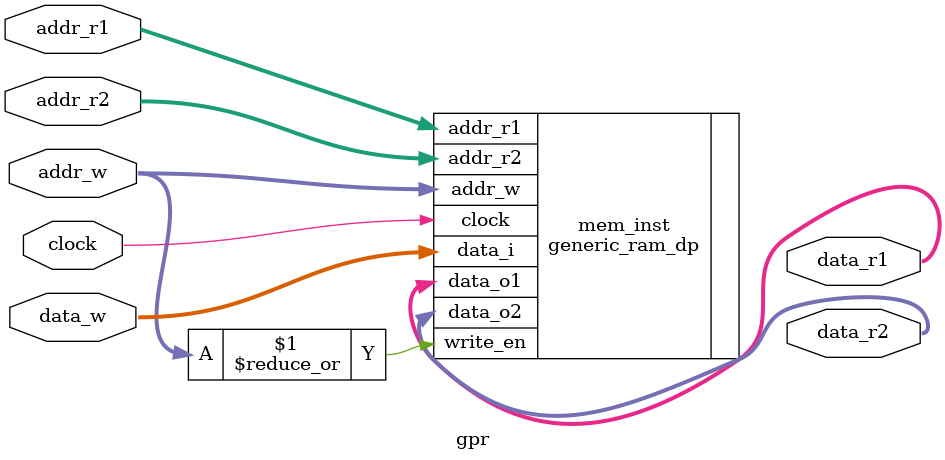
<source format=v>

module gpr #(
	parameter XLEN = 32,
	parameter NUM = 32
)(
	input clock,
	input [$clog2(NUM) - 1:0] addr_w,
	input [$clog2(NUM) - 1:0] addr_r1,
	input [$clog2(NUM) - 1:0] addr_r2,
	input [XLEN - 1:0] data_w,
	output [XLEN - 1:0] data_r1,
	output [XLEN - 1:0] data_r2
);
    generic_ram_dp #(
        .WIDTH(XLEN),
        .DEPTH(NUM),
        .READ_OLD(0)
    ) mem_inst (
        .clock(clock),
        .write_en(|addr_w),
        .addr_w(addr_w),
        .addr_r1(addr_r1),
        .addr_r2(addr_r2),
        .data_i(data_w),
        .data_o1(data_r1),
        .data_o2(data_r2)
    );
endmodule

</source>
